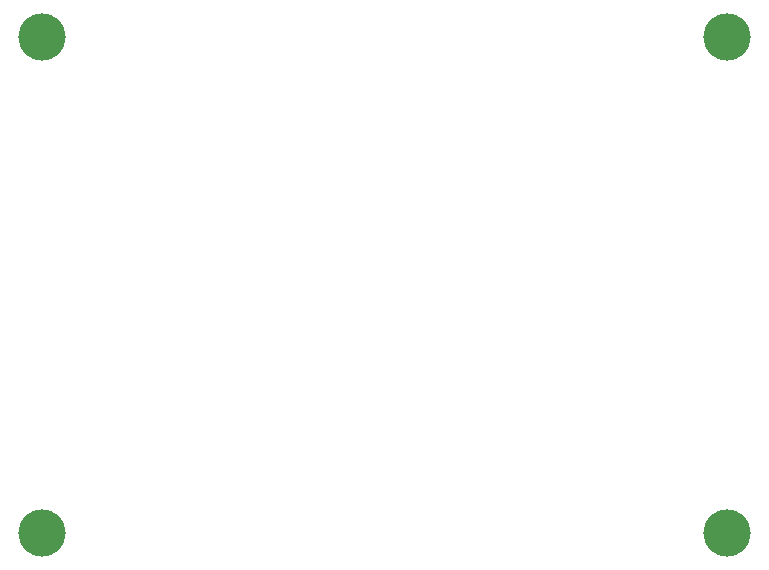
<source format=gbr>
G04 GENERATED BY PULSONIX 7.0 GERBER.DLL 4573*
%INHILLSTAR_50X30_EL_V1_0*%
%LNGERBER_SOLDERMASK_TOP*%
%FSLAX33Y33*%
%IPPOS*%
%LPD*%
%OFA0B0*%
%MOMM*%
%ADD2890C,4.000*%
X0Y0D02*
D02*
D2890*
X100528Y105337D03*
Y147337D03*
X158528Y105337D03*
Y147337D03*
X0Y0D02*
M02*

</source>
